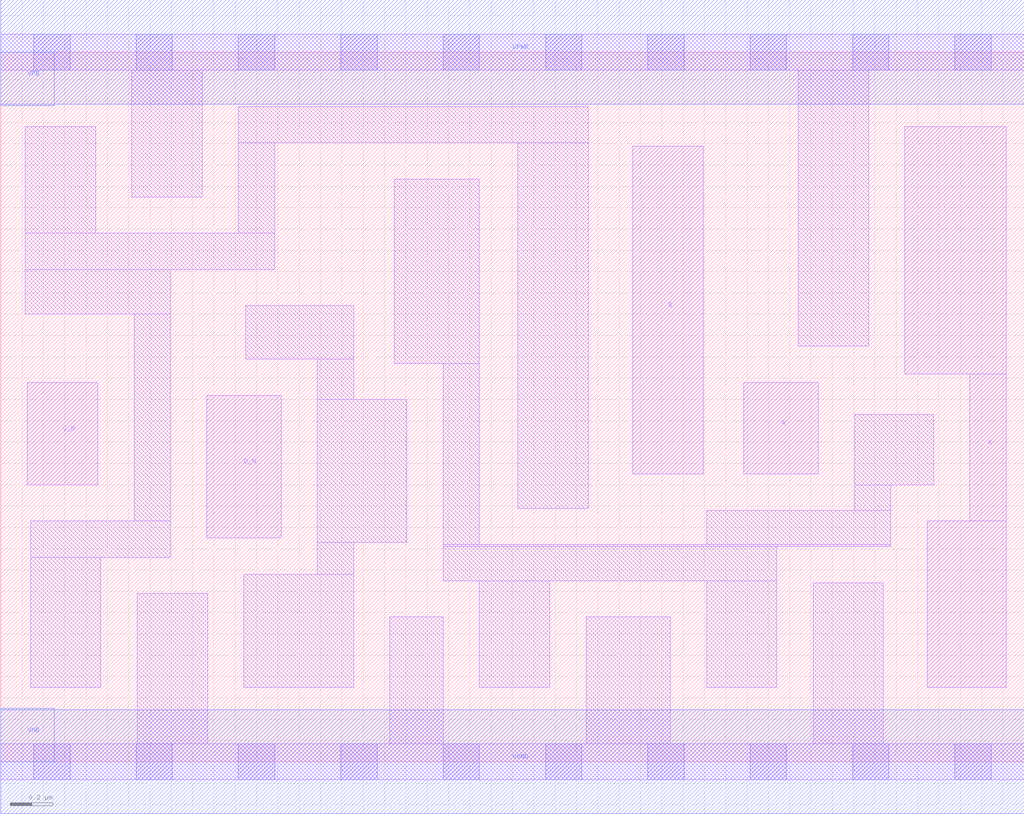
<source format=lef>
# Copyright 2020 The SkyWater PDK Authors
#
# Licensed under the Apache License, Version 2.0 (the "License");
# you may not use this file except in compliance with the License.
# You may obtain a copy of the License at
#
#     https://www.apache.org/licenses/LICENSE-2.0
#
# Unless required by applicable law or agreed to in writing, software
# distributed under the License is distributed on an "AS IS" BASIS,
# WITHOUT WARRANTIES OR CONDITIONS OF ANY KIND, either express or implied.
# See the License for the specific language governing permissions and
# limitations under the License.
#
# SPDX-License-Identifier: Apache-2.0

VERSION 5.5 ;
NAMESCASESENSITIVE ON ;
BUSBITCHARS "[]" ;
DIVIDERCHAR "/" ;
MACRO sky130_fd_sc_ms__or4bb_1
  CLASS CORE ;
  SOURCE USER ;
  ORIGIN  0.000000  0.000000 ;
  SIZE  4.800000 BY  3.330000 ;
  SYMMETRY X Y ;
  SITE unit ;
  PIN A
    ANTENNAGATEAREA  0.233000 ;
    DIRECTION INPUT ;
    USE SIGNAL ;
    PORT
      LAYER li1 ;
        RECT 3.485000 1.350000 3.835000 1.780000 ;
    END
  END A
  PIN B
    ANTENNAGATEAREA  0.233000 ;
    DIRECTION INPUT ;
    USE SIGNAL ;
    PORT
      LAYER li1 ;
        RECT 2.965000 1.350000 3.295000 2.890000 ;
    END
  END B
  PIN C_N
    ANTENNAGATEAREA  0.208000 ;
    DIRECTION INPUT ;
    USE SIGNAL ;
    PORT
      LAYER li1 ;
        RECT 0.125000 1.300000 0.455000 1.780000 ;
    END
  END C_N
  PIN D_N
    ANTENNAGATEAREA  0.208000 ;
    DIRECTION INPUT ;
    USE SIGNAL ;
    PORT
      LAYER li1 ;
        RECT 0.965000 1.050000 1.315000 1.720000 ;
    END
  END D_N
  PIN X
    ANTENNADIFFAREA  0.541300 ;
    DIRECTION OUTPUT ;
    USE SIGNAL ;
    PORT
      LAYER li1 ;
        RECT 4.240000 1.820000 4.715000 2.980000 ;
        RECT 4.345000 0.350000 4.715000 1.130000 ;
        RECT 4.545000 1.130000 4.715000 1.820000 ;
    END
  END X
  PIN VGND
    DIRECTION INOUT ;
    USE GROUND ;
    PORT
      LAYER met1 ;
        RECT 0.000000 -0.245000 4.800000 0.245000 ;
    END
  END VGND
  PIN VNB
    DIRECTION INOUT ;
    USE GROUND ;
    PORT
      LAYER met1 ;
        RECT 0.000000 0.000000 0.250000 0.250000 ;
    END
  END VNB
  PIN VPB
    DIRECTION INOUT ;
    USE POWER ;
    PORT
      LAYER met1 ;
        RECT 0.000000 3.080000 0.250000 3.330000 ;
    END
  END VPB
  PIN VPWR
    DIRECTION INOUT ;
    USE POWER ;
    PORT
      LAYER met1 ;
        RECT 0.000000 3.085000 4.800000 3.575000 ;
    END
  END VPWR
  OBS
    LAYER li1 ;
      RECT 0.000000 -0.085000 4.800000 0.085000 ;
      RECT 0.000000  3.245000 4.800000 3.415000 ;
      RECT 0.115000  2.100000 0.795000 2.310000 ;
      RECT 0.115000  2.310000 1.285000 2.480000 ;
      RECT 0.115000  2.480000 0.445000 2.980000 ;
      RECT 0.140000  0.350000 0.470000 0.960000 ;
      RECT 0.140000  0.960000 0.795000 1.130000 ;
      RECT 0.615000  2.650000 0.945000 3.245000 ;
      RECT 0.625000  1.130000 0.795000 2.100000 ;
      RECT 0.640000  0.085000 0.970000 0.790000 ;
      RECT 1.115000  2.480000 1.285000 2.905000 ;
      RECT 1.115000  2.905000 2.755000 3.075000 ;
      RECT 1.140000  0.350000 1.655000 0.880000 ;
      RECT 1.150000  1.890000 1.655000 2.140000 ;
      RECT 1.485000  0.880000 1.655000 1.030000 ;
      RECT 1.485000  1.030000 1.905000 1.700000 ;
      RECT 1.485000  1.700000 1.655000 1.890000 ;
      RECT 1.825000  0.085000 2.075000 0.680000 ;
      RECT 1.845000  1.870000 2.245000 2.735000 ;
      RECT 2.075000  0.850000 3.640000 1.010000 ;
      RECT 2.075000  1.010000 4.175000 1.020000 ;
      RECT 2.075000  1.020000 2.245000 1.870000 ;
      RECT 2.245000  0.350000 2.575000 0.850000 ;
      RECT 2.425000  1.190000 2.755000 2.905000 ;
      RECT 2.745000  0.085000 3.140000 0.680000 ;
      RECT 3.310000  0.350000 3.640000 0.850000 ;
      RECT 3.310000  1.020000 4.175000 1.180000 ;
      RECT 3.740000  1.950000 4.070000 3.245000 ;
      RECT 3.810000  0.085000 4.140000 0.840000 ;
      RECT 4.005000  1.180000 4.175000 1.300000 ;
      RECT 4.005000  1.300000 4.375000 1.630000 ;
    LAYER mcon ;
      RECT 0.155000 -0.085000 0.325000 0.085000 ;
      RECT 0.155000  3.245000 0.325000 3.415000 ;
      RECT 0.635000 -0.085000 0.805000 0.085000 ;
      RECT 0.635000  3.245000 0.805000 3.415000 ;
      RECT 1.115000 -0.085000 1.285000 0.085000 ;
      RECT 1.115000  3.245000 1.285000 3.415000 ;
      RECT 1.595000 -0.085000 1.765000 0.085000 ;
      RECT 1.595000  3.245000 1.765000 3.415000 ;
      RECT 2.075000 -0.085000 2.245000 0.085000 ;
      RECT 2.075000  3.245000 2.245000 3.415000 ;
      RECT 2.555000 -0.085000 2.725000 0.085000 ;
      RECT 2.555000  3.245000 2.725000 3.415000 ;
      RECT 3.035000 -0.085000 3.205000 0.085000 ;
      RECT 3.035000  3.245000 3.205000 3.415000 ;
      RECT 3.515000 -0.085000 3.685000 0.085000 ;
      RECT 3.515000  3.245000 3.685000 3.415000 ;
      RECT 3.995000 -0.085000 4.165000 0.085000 ;
      RECT 3.995000  3.245000 4.165000 3.415000 ;
      RECT 4.475000 -0.085000 4.645000 0.085000 ;
      RECT 4.475000  3.245000 4.645000 3.415000 ;
  END
END sky130_fd_sc_ms__or4bb_1

</source>
